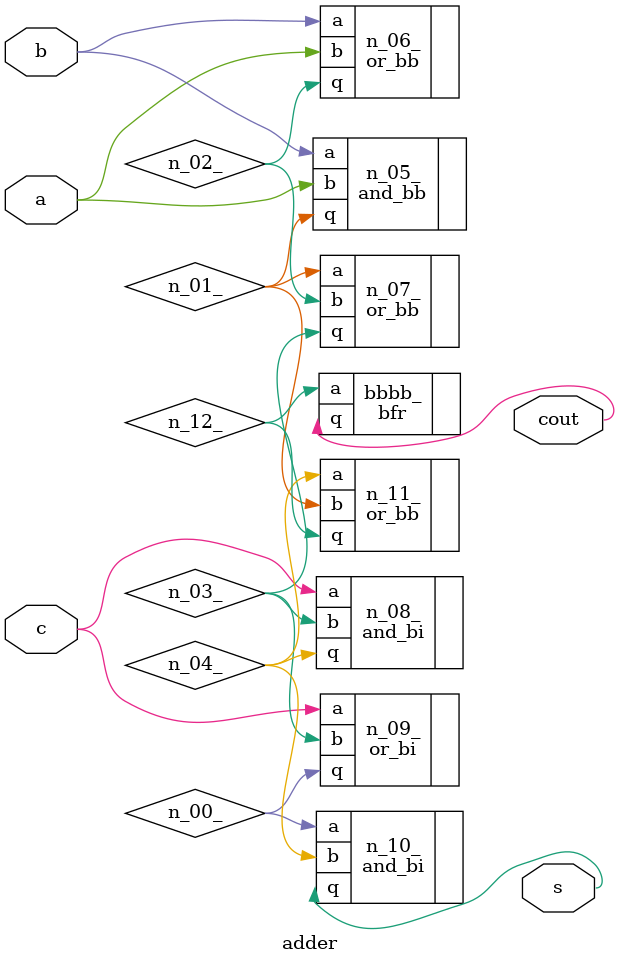
<source format=v>
module adder(a, b, c, cout, s);
  wire n_00_;
  wire n_01_;
  wire n_02_;
  wire n_03_;
  wire n_04_;
  input a;
  input b;
  input c;
  output cout;
  output s;
  and_bb n_05_ (
    .a(b),
    .b(a),
    .q(n_01_)
  );
  or_bb n_06_ (
    .a(b),
    .b(a),
    .q(n_02_)
  );
  or_bb n_07_ (
    .a(n_01_),
    .b(n_02_),
    .q(n_03_)
  );
  and_bi n_08_ (
    .a(c),
    .b(n_03_),
    .q(n_04_)
  );
  or_bi n_09_ (
    .a(c),
    .b(n_03_),
    .q(n_00_)
  );
  and_bi n_10_ (
    .a(n_00_),
    .b(n_04_),
    .q(s)
  );
  bfr bbbb_(
    .a(n_12_),
    .q(cout)
  );
  or_bb n_11_ (
    .a(n_04_),
    .b(n_01_),
    .q(n_12_)
  );
endmodule
</source>
